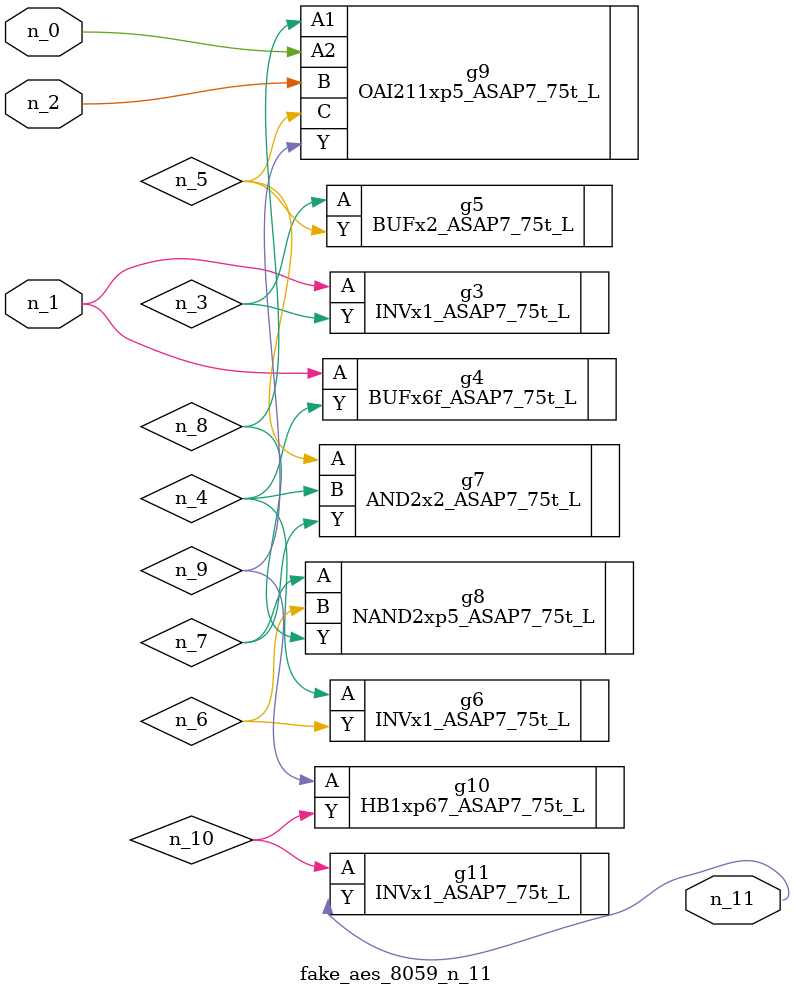
<source format=v>
module fake_aes_8059_n_11 (n_1, n_2, n_0, n_11);
input n_1;
input n_2;
input n_0;
output n_11;
wire n_6;
wire n_4;
wire n_3;
wire n_9;
wire n_5;
wire n_7;
wire n_10;
wire n_8;
INVx1_ASAP7_75t_L g3 ( .A(n_1), .Y(n_3) );
BUFx6f_ASAP7_75t_L g4 ( .A(n_1), .Y(n_4) );
BUFx2_ASAP7_75t_L g5 ( .A(n_3), .Y(n_5) );
INVx1_ASAP7_75t_L g6 ( .A(n_4), .Y(n_6) );
AND2x2_ASAP7_75t_L g7 ( .A(n_5), .B(n_4), .Y(n_7) );
NAND2xp5_ASAP7_75t_L g8 ( .A(n_7), .B(n_6), .Y(n_8) );
OAI211xp5_ASAP7_75t_L g9 ( .A1(n_8), .A2(n_0), .B(n_2), .C(n_5), .Y(n_9) );
HB1xp67_ASAP7_75t_L g10 ( .A(n_9), .Y(n_10) );
INVx1_ASAP7_75t_L g11 ( .A(n_10), .Y(n_11) );
endmodule
</source>
